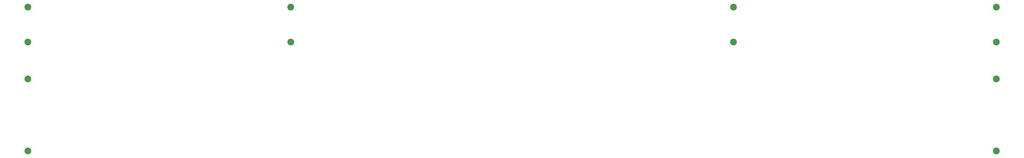
<source format=gtl>
G04 Layer: TopLayer*
G04 EasyEDA v6.5.34, 2023-08-10 18:14:54*
G04 9b39919d3bca49e6becb9180a70721ca,5a6b42c53f6a479593ecc07194224c93,10*
G04 Gerber Generator version 0.2*
G04 Scale: 100 percent, Rotated: No, Reflected: No *
G04 Dimensions in millimeters *
G04 leading zeros omitted , absolute positions ,4 integer and 5 decimal *
%FSLAX45Y45*%
%MOMM*%

%ADD10C,3.0000*%

%LPD*%
D10*
G01*
X2794000Y3810000D03*
G01*
X2794000Y635000D03*
G01*
X45466000Y635000D03*
G01*
X45466000Y3810000D03*
G01*
X14376400Y6972300D03*
G01*
X14376400Y5435574D03*
G01*
X2794000Y6972300D03*
G01*
X2794000Y5435600D03*
G01*
X33883600Y5435574D03*
G01*
X33883600Y6972300D03*
G01*
X45466000Y6972300D03*
G01*
X45466000Y5435600D03*
M02*

</source>
